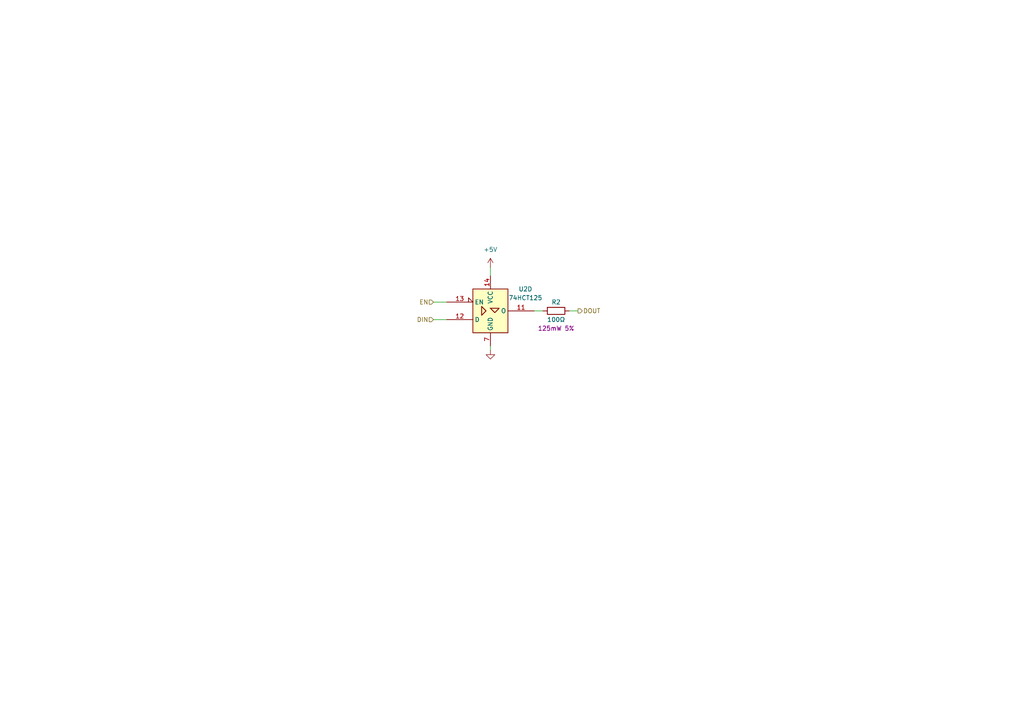
<source format=kicad_sch>
(kicad_sch (version 20231120) (generator "eeschema") (generator_version "8.0")
  (paper "A4")
  (lib_symbols
    (symbol "74xx_IEEE:74125"
      (property "Reference" "U" (at 6.35 6.35 0))
      (property "Value" "74125" (at 2.54 -7.62 0))
      (symbol "74125_0_1"
        (rectangle (start -5.08 6.35) (end 5.08 -6.35) (stroke (width 0.254)) (fill (type background)))
        (polyline (pts (xy -2.54 1.27) (xy -2.54 -1.27) (xy -1.27 0) (xy -2.54 1.27) (xy -2.54 1.27)) (stroke (width 0.254)) (fill (type background)))
        (polyline (pts (xy 0 0.762) (xy 2.54 0.762) (xy 1.27 -0.508) (xy 0 0.762) (xy 0 0.762)) (stroke (width 0.254)) (fill (type background)))
        (pin power_in line (at 0 10.16 270) (length 3.81) (name "VCC") (number "14"))
        (pin power_in line (at 0 -10.16 90) (length 3.81) (name "GND") (number "7"))
      )
      (symbol "74125_1_0"
        (pin input input_low (at -12.7 2.54 0) (length 7.62) (name "EN") (number "1"))
      )
      (symbol "74125_1_1"
        (pin input line (at -12.7 -2.54 0) (length 7.62) (name "D") (number "2"))
        (pin tri_state line (at 12.7 0 180) (length 7.62) (name "O") (number "3"))
      )
      (symbol "74125_2_0"
        (pin input input_low (at -12.7 2.54 0) (length 7.62) (name "EN") (number "4"))
      )
      (symbol "74125_2_1"
        (pin input line (at -12.7 -2.54 0) (length 7.62) (name "D") (number "5"))
        (pin tri_state line (at 12.7 0 180) (length 7.62) (name "O") (number "6"))
      )
      (symbol "74125_3_0"
        (pin input input_low (at -12.7 2.54 0) (length 7.62) (name "EN") (number "10"))
      )
      (symbol "74125_3_1"
        (pin tri_state line (at 12.7 0 180) (length 7.62) (name "O") (number "8"))
        (pin input line (at -12.7 -2.54 0) (length 7.62) (name "D") (number "9"))
      )
      (symbol "74125_4_0"
        (pin input input_low (at -12.7 2.54 0) (length 7.62) (name "EN") (number "13"))
      )
      (symbol "74125_4_1"
        (pin tri_state line (at 12.7 0 180) (length 7.62) (name "O") (number "11"))
        (pin input line (at -12.7 -2.54 0) (length 7.62) (name "D") (number "12"))
      )
    )
    (symbol "Device:R" (pin_numbers hide) (pin_names (offset 0))
      (property "Reference" "R" (at 2.032 0 90))
      (property "Value" "R" (at 0 0 90))
      (symbol "R_0_1"
        (rectangle (start -1.016 -2.54) (end 1.016 2.54) (stroke (width 0.254)))
      )
      (symbol "R_1_1"
        (pin passive line (at 0 3.81 270) (length 1.27) (name "~") (number "1"))
        (pin passive line (at 0 -3.81 90) (length 1.27) (name "~") (number "2"))
      )
    )
    (symbol "power:+5V" (power) (pin_numbers hide) (pin_names (offset 0) hide)
      (property "Value" "+5V" (at 0 3.556 0))
      (symbol "+5V_0_1"
        (polyline (pts (xy -0.762 1.27) (xy 0 2.54)))
        (polyline (pts (xy 0 0) (xy 0 2.54)))
        (polyline (pts (xy 0 2.54) (xy 0.762 1.27)))
      )
      (symbol "+5V_1_1"
        (pin power_in line (at 0 0 90) (length 0) (name "~") (number "1"))
      )
    )
    (symbol "power:GND" (power) (pin_numbers hide) (pin_names (offset 0) hide)
      (property "Value" "GND" (at 0 -3.81 0))
      (symbol "GND_0_1"
        (polyline (pts (xy 0 0) (xy 0 -1.27) (xy 1.27 -1.27) (xy 0 -2.54) (xy -1.27 -1.27) (xy 0 -1.27)))
      )
      (symbol "GND_1_1"
        (pin power_in line (at 0 0 270) (length 0) (name "~") (number "1"))
      )
    )
  )
  (wire (pts (xy 165.1 90.17) (xy 167.64 90.17)))
  (wire (pts (xy 125.73 92.71) (xy 129.54 92.71)))
  (wire (pts (xy 154.94 90.17) (xy 157.48 90.17)))
  (wire (pts (xy 142.24 100.33) (xy 142.24 101.6)))
  (wire (pts (xy 142.24 77.47) (xy 142.24 80.01)))
  (wire (pts (xy 125.73 87.63) (xy 129.54 87.63)))
  (hierarchical_label "EN" (shape input) (at 125.73 87.63 180))
  (hierarchical_label "DIN" (shape input) (at 125.73 92.71 180))
  (hierarchical_label "DOUT" (shape output) (at 167.64 90.17 0))
  (symbol (lib_id "power:GND") (at 142.24 101.6 0) (unit 1)
    (property "Reference" "#PWR017" (effects (hide yes)))
    (property "Value" "GND" (effects (hide yes)))
    (property "Description" "Power symbol creates a global label with name \"GND\" , ground" (effects (hide yes)))
    (instances (project "wled_controller" (path "" (reference "#PWR017") (unit 1)) (path "" (reference "#PWR059") (unit 1)) (path "" (reference "#PWR063") (unit 1)) (path "" (reference "#PWR0105") (unit 1)) (path "" (reference "#PWR0103") (unit 1)) (path "" (reference "#PWR055") (unit 1)) (path "" (reference "#PWR065") (unit 1)) (path "" (reference "#PWR051") (unit 1)) (path "" (reference "#PWR0101") (unit 1)) (path "" (reference "#PWR057") (unit 1)) (path "" (reference "#PWR053") (unit 1)) (path "" (reference "#PWR015") (unit 1)) (path "" (reference "#PWR067") (unit 1)) (path "" (reference "#PWR019") (unit 1)) (path "" (reference "#PWR061") (unit 1))))
  )
  (symbol (lib_id "power:+5V") (at 142.24 77.47 0) (unit 1)
    (property "Reference" "#PWR016" (effects (hide yes)))
    (property "Value" "+5V" (at 142.24 72.39 0))
    (property "Description" "Power symbol creates a global label with name \"+5V\"" (effects (hide yes)))
    (instances (project "wled_controller" (path "" (reference "#PWR016") (unit 1)) (path "" (reference "#PWR058") (unit 1)) (path "" (reference "#PWR062") (unit 1)) (path "" (reference "#PWR0104") (unit 1)) (path "" (reference "#PWR0102") (unit 1)) (path "" (reference "#PWR054") (unit 1)) (path "" (reference "#PWR064") (unit 1)) (path "" (reference "#PWR050") (unit 1)) (path "" (reference "#PWR0100") (unit 1)) (path "" (reference "#PWR056") (unit 1)) (path "" (reference "#PWR052") (unit 1)) (path "" (reference "#PWR014") (unit 1)) (path "" (reference "#PWR066") (unit 1)) (path "" (reference "#PWR018") (unit 1)) (path "" (reference "#PWR060") (unit 1))))
  )
  (symbol (lib_id "74xx_IEEE:74125") (at 142.24 90.17 0) (unit 4)
    (property "Reference" "U2" (at 152.4 83.8514 0))
    (property "Value" "74HCT125" (at 152.4 86.3914 0))
    (property "Footprint" "Package_SO:SO-14_5.3x10.2mm_P1.27mm" (effects (hide yes)))
    (property "Shop" "https://store.comet.bg/Catalogue/Product/48153/" (effects (hide yes)))
    (property "Part" "74HCT125D" (effects (hide yes)))
    (instances (project "wled_controller" (path "" (reference "U2") (unit 4)) (path "" (reference "U4") (unit 4)) (path "" (reference "U3") (unit 2)) (path "" (reference "U5") (unit 3)) (path "" (reference "U5") (unit 2)) (path "" (reference "U3") (unit 4)) (path "" (reference "U3") (unit 1)) (path "" (reference "U2") (unit 2)) (path "" (reference "U5") (unit 1)) (path "" (reference "U4") (unit 3)) (path "" (reference "U3") (unit 3)) (path "" (reference "U2") (unit 3)) (path "" (reference "U5") (unit 4)) (path "" (reference "U2") (unit 1)) (path "" (reference "U4") (unit 1))))
  )
  (symbol (lib_id "Device:R") (at 161.29 90.17 90) (unit 1)
    (property "Reference" "R2" (at 161.29 87.63 90))
    (property "Value" "100Ω" (at 161.29 92.71 90))
    (property "Footprint" "Resistor_SMD:R_0805_2012Metric" (effects (hide yes)))
    (property "Info" "125mW 5%" (at 161.29 95.25 90))
    (property "Shop" "https://store.comet.bg/Catalogue/Product/29583/" (effects (hide yes)))
    (property "Part" "RC0805JR-07100RL" (effects (hide yes)))
    (instances (project "wled_controller" (path "" (reference "R2") (unit 1)) (path "" (reference "R8") (unit 1)) (path "" (reference "R10") (unit 1)) (path "" (reference "R21") (unit 1)) (path "" (reference "R20") (unit 1)) (path "" (reference "R6") (unit 1)) (path "" (reference "R11") (unit 1)) (path "" (reference "R4") (unit 1)) (path "" (reference "R19") (unit 1)) (path "" (reference "R7") (unit 1)) (path "" (reference "R5") (unit 1)) (path "" (reference "R1") (unit 1)) (path "" (reference "R12") (unit 1)) (path "" (reference "R3") (unit 1)) (path "" (reference "R9") (unit 1))))
  )
)
</source>
